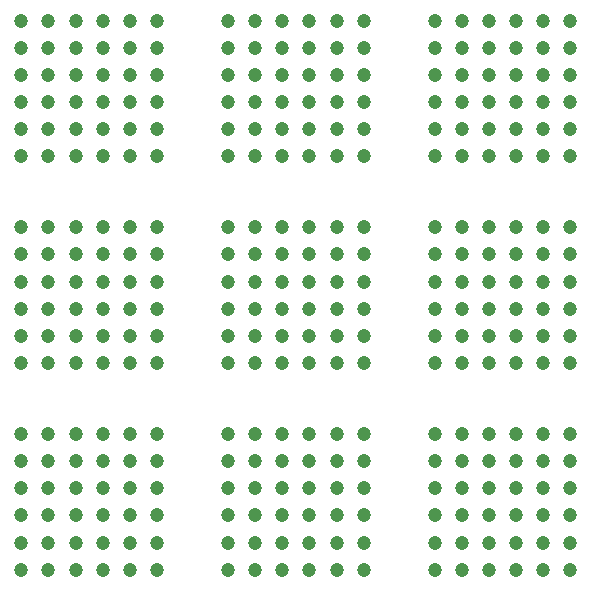
<source format=gbs>
G04*
G04 #@! TF.GenerationSoftware,Altium Limited,Altium Designer,23.9.2 (47)*
G04*
G04 Layer_Color=16711935*
%FSLAX25Y25*%
%MOIN*%
G70*
G04*
G04 #@! TF.SameCoordinates,401DFDD2-2C6D-4DC6-8BE5-0435FED1B9C0*
G04*
G04*
G04 #@! TF.FilePolarity,Negative*
G04*
G01*
G75*
%ADD33C,0.04724*%
%ADD40C,0.02268*%
D33*
X73425Y64370D02*
D03*
X46260Y91536D02*
D03*
X55315D02*
D03*
X64370D02*
D03*
X73425D02*
D03*
X82480D02*
D03*
X91535D02*
D03*
X46260Y82480D02*
D03*
X55315D02*
D03*
X64370D02*
D03*
X73425D02*
D03*
X82480D02*
D03*
X91535D02*
D03*
X46260Y73425D02*
D03*
X55315D02*
D03*
X64370D02*
D03*
X73425D02*
D03*
X82480D02*
D03*
X91535D02*
D03*
X46260Y64370D02*
D03*
X55315D02*
D03*
X64370D02*
D03*
X82480D02*
D03*
X91535D02*
D03*
X46260Y55315D02*
D03*
X55315D02*
D03*
X64370D02*
D03*
X73425D02*
D03*
X82480D02*
D03*
X91535D02*
D03*
X46260Y46260D02*
D03*
X55315D02*
D03*
X64370D02*
D03*
X73425D02*
D03*
X82480D02*
D03*
X91535D02*
D03*
X4528Y64370D02*
D03*
X-22638Y91536D02*
D03*
X-13583D02*
D03*
X-4528D02*
D03*
X4528D02*
D03*
X13583D02*
D03*
X22638D02*
D03*
X-22638Y82480D02*
D03*
X-13583D02*
D03*
X-4528D02*
D03*
X4528D02*
D03*
X13583D02*
D03*
X22638D02*
D03*
X-22638Y73425D02*
D03*
X-13583D02*
D03*
X-4528D02*
D03*
X4528D02*
D03*
X13583D02*
D03*
X22638D02*
D03*
X-22638Y64370D02*
D03*
X-13583D02*
D03*
X-4528D02*
D03*
X13583D02*
D03*
X22638D02*
D03*
X-22638Y55315D02*
D03*
X-13583D02*
D03*
X-4528D02*
D03*
X4528D02*
D03*
X13583D02*
D03*
X22638D02*
D03*
X-22638Y46260D02*
D03*
X-13583D02*
D03*
X-4528D02*
D03*
X4528D02*
D03*
X13583D02*
D03*
X22638D02*
D03*
X-64370Y64370D02*
D03*
X-91535Y91536D02*
D03*
X-82480D02*
D03*
X-73425D02*
D03*
X-64370D02*
D03*
X-55315D02*
D03*
X-46260D02*
D03*
X-91535Y82480D02*
D03*
X-82480D02*
D03*
X-73425D02*
D03*
X-64370D02*
D03*
X-55315D02*
D03*
X-46260D02*
D03*
X-91535Y73425D02*
D03*
X-82480D02*
D03*
X-73425D02*
D03*
X-64370D02*
D03*
X-55315D02*
D03*
X-46260D02*
D03*
X-91535Y64370D02*
D03*
X-82480D02*
D03*
X-73425D02*
D03*
X-55315D02*
D03*
X-46260D02*
D03*
X-91535Y55315D02*
D03*
X-82480D02*
D03*
X-73425D02*
D03*
X-64370D02*
D03*
X-55315D02*
D03*
X-46260D02*
D03*
X-91535Y46260D02*
D03*
X-82480D02*
D03*
X-73425D02*
D03*
X-64370D02*
D03*
X-55315D02*
D03*
X-46260D02*
D03*
X-64370Y-4527D02*
D03*
X-91535Y22638D02*
D03*
X-82480D02*
D03*
X-73425D02*
D03*
X-64370D02*
D03*
X-55315D02*
D03*
X-46260D02*
D03*
X-91535Y13583D02*
D03*
X-82480D02*
D03*
X-73425D02*
D03*
X-64370D02*
D03*
X-55315D02*
D03*
X-46260D02*
D03*
X-91535Y4528D02*
D03*
X-82480D02*
D03*
X-73425D02*
D03*
X-64370D02*
D03*
X-55315D02*
D03*
X-46260D02*
D03*
X-91535Y-4527D02*
D03*
X-82480D02*
D03*
X-73425D02*
D03*
X-55315D02*
D03*
X-46260D02*
D03*
X-91535Y-13583D02*
D03*
X-82480D02*
D03*
X-73425D02*
D03*
X-64370D02*
D03*
X-55315D02*
D03*
X-46260D02*
D03*
X-91535Y-22638D02*
D03*
X-82480D02*
D03*
X-73425D02*
D03*
X-64370D02*
D03*
X-55315D02*
D03*
X-46260D02*
D03*
X4528Y-4528D02*
D03*
X-22638Y22638D02*
D03*
X-13583D02*
D03*
X-4528D02*
D03*
X4528D02*
D03*
X13583D02*
D03*
X22638D02*
D03*
X-22638Y13583D02*
D03*
X-13583D02*
D03*
X-4528D02*
D03*
X4528D02*
D03*
X13583D02*
D03*
X22638D02*
D03*
X-22638Y4528D02*
D03*
X-13583D02*
D03*
X-4528D02*
D03*
X4528D02*
D03*
X13583D02*
D03*
X22638D02*
D03*
X-22638Y-4528D02*
D03*
X-13583D02*
D03*
X-4528D02*
D03*
X13583D02*
D03*
X22638D02*
D03*
X-22638Y-13583D02*
D03*
X-13583D02*
D03*
X-4528D02*
D03*
X4528D02*
D03*
X13583D02*
D03*
X22638D02*
D03*
X-22638Y-22638D02*
D03*
X-13583D02*
D03*
X-4528D02*
D03*
X4528D02*
D03*
X13583D02*
D03*
X22638D02*
D03*
X73425Y-4528D02*
D03*
X46260Y22638D02*
D03*
X55315D02*
D03*
X64370D02*
D03*
X73425D02*
D03*
X82480D02*
D03*
X91535D02*
D03*
X46260Y13583D02*
D03*
X55315D02*
D03*
X64370D02*
D03*
X73425D02*
D03*
X82480D02*
D03*
X91535D02*
D03*
X46260Y4528D02*
D03*
X55315D02*
D03*
X64370D02*
D03*
X73425D02*
D03*
X82480D02*
D03*
X91535D02*
D03*
X46260Y-4528D02*
D03*
X55315D02*
D03*
X64370D02*
D03*
X82480D02*
D03*
X91535D02*
D03*
X46260Y-13583D02*
D03*
X55315D02*
D03*
X64370D02*
D03*
X73425D02*
D03*
X82480D02*
D03*
X91535D02*
D03*
X46260Y-22638D02*
D03*
X55315D02*
D03*
X64370D02*
D03*
X73425D02*
D03*
X82480D02*
D03*
X91535D02*
D03*
X73425Y-73425D02*
D03*
X46260Y-46260D02*
D03*
X55315D02*
D03*
X64370D02*
D03*
X73425D02*
D03*
X82480D02*
D03*
X91535D02*
D03*
X46260Y-55315D02*
D03*
X55315D02*
D03*
X64370D02*
D03*
X73425D02*
D03*
X82480D02*
D03*
X91535D02*
D03*
X46260Y-64370D02*
D03*
X55315D02*
D03*
X64370D02*
D03*
X73425D02*
D03*
X82480D02*
D03*
X91535D02*
D03*
X46260Y-73425D02*
D03*
X55315D02*
D03*
X64370D02*
D03*
X82480D02*
D03*
X91535D02*
D03*
X46260Y-82480D02*
D03*
X55315D02*
D03*
X64370D02*
D03*
X73425D02*
D03*
X82480D02*
D03*
X91535D02*
D03*
X46260Y-91535D02*
D03*
X55315D02*
D03*
X64370D02*
D03*
X73425D02*
D03*
X82480D02*
D03*
X91535D02*
D03*
X4528Y-73425D02*
D03*
X-22638Y-46260D02*
D03*
X-13583D02*
D03*
X-4528D02*
D03*
X4528D02*
D03*
X13583D02*
D03*
X22638D02*
D03*
X-22638Y-55315D02*
D03*
X-13583D02*
D03*
X-4528D02*
D03*
X4528D02*
D03*
X13583D02*
D03*
X22638D02*
D03*
X-22638Y-64370D02*
D03*
X-13583D02*
D03*
X-4528D02*
D03*
X4528D02*
D03*
X13583D02*
D03*
X22638D02*
D03*
X-22638Y-73425D02*
D03*
X-13583D02*
D03*
X-4528D02*
D03*
X13583D02*
D03*
X22638D02*
D03*
X-22638Y-82480D02*
D03*
X-13583D02*
D03*
X-4528D02*
D03*
X4528D02*
D03*
X13583D02*
D03*
X22638D02*
D03*
X-22638Y-91535D02*
D03*
X-13583D02*
D03*
X-4528D02*
D03*
X4528D02*
D03*
X13583D02*
D03*
X22638D02*
D03*
X-64370Y-73425D02*
D03*
X-91535Y-46260D02*
D03*
X-82480D02*
D03*
X-73425D02*
D03*
X-64370D02*
D03*
X-55315D02*
D03*
X-46260D02*
D03*
X-91535Y-55315D02*
D03*
X-82480D02*
D03*
X-73425D02*
D03*
X-64370D02*
D03*
X-55315D02*
D03*
X-46260D02*
D03*
X-91535Y-64370D02*
D03*
X-82480D02*
D03*
X-73425D02*
D03*
X-64370D02*
D03*
X-55315D02*
D03*
X-46260D02*
D03*
X-91535Y-73425D02*
D03*
X-82480D02*
D03*
X-73425D02*
D03*
X-55315D02*
D03*
X-46260D02*
D03*
X-91535Y-82480D02*
D03*
X-82480D02*
D03*
X-73425D02*
D03*
X-64370D02*
D03*
X-55315D02*
D03*
X-46260D02*
D03*
X-91535Y-91535D02*
D03*
X-82480D02*
D03*
X-73425D02*
D03*
X-64370D02*
D03*
X-55315D02*
D03*
X-46260D02*
D03*
D40*
X82480Y55315D02*
D03*
X91536D02*
D03*
X55315D02*
D03*
X46260Y46260D02*
D03*
Y73425D02*
D03*
X64370Y91536D02*
D03*
X73425D02*
D03*
X91536Y73425D02*
D03*
X46260Y91536D02*
D03*
X55315D02*
D03*
X46260Y82480D02*
D03*
X91536D02*
D03*
X82480Y91536D02*
D03*
X91536D02*
D03*
X13583Y55315D02*
D03*
X22638D02*
D03*
X-13583D02*
D03*
X-22638Y46260D02*
D03*
Y73425D02*
D03*
X-4528Y91536D02*
D03*
X4528D02*
D03*
X22638Y73425D02*
D03*
X-22638Y91536D02*
D03*
X-13583D02*
D03*
X-22638Y82480D02*
D03*
X22638D02*
D03*
X13583Y91536D02*
D03*
X22638D02*
D03*
X-55315Y55315D02*
D03*
X-46260D02*
D03*
X-82480D02*
D03*
X-91535Y46260D02*
D03*
Y73425D02*
D03*
X-73425Y91536D02*
D03*
X-64370D02*
D03*
X-46260Y73425D02*
D03*
X-91535Y91536D02*
D03*
X-82480D02*
D03*
X-91535Y82480D02*
D03*
X-46260D02*
D03*
X-55315Y91536D02*
D03*
X-46260D02*
D03*
X-55315Y-13583D02*
D03*
X-46260D02*
D03*
X-82480D02*
D03*
X-91535Y-22638D02*
D03*
Y4528D02*
D03*
X-73425Y22638D02*
D03*
X-64370D02*
D03*
X-46260Y4528D02*
D03*
X-91535Y22638D02*
D03*
X-82480D02*
D03*
X-91535Y13583D02*
D03*
X-46260D02*
D03*
X-55315Y22638D02*
D03*
X-46260D02*
D03*
X13583Y-13583D02*
D03*
X22638D02*
D03*
X-13583D02*
D03*
X-22638Y-22638D02*
D03*
Y4528D02*
D03*
X-4528Y22638D02*
D03*
X4528D02*
D03*
X22638Y4528D02*
D03*
X-22638Y22638D02*
D03*
X-13583D02*
D03*
X-22638Y13583D02*
D03*
X22638D02*
D03*
X13583Y22638D02*
D03*
X22638D02*
D03*
X82480Y-13583D02*
D03*
X91536D02*
D03*
X55315D02*
D03*
X46260Y-22638D02*
D03*
Y4528D02*
D03*
X64370Y22638D02*
D03*
X73425D02*
D03*
X91536Y4528D02*
D03*
X46260Y22638D02*
D03*
X55315D02*
D03*
X46260Y13583D02*
D03*
X91536D02*
D03*
X82480Y22638D02*
D03*
X91536D02*
D03*
X82480Y-82480D02*
D03*
X91536D02*
D03*
X55315D02*
D03*
X46260Y-91535D02*
D03*
Y-64370D02*
D03*
X64370Y-46260D02*
D03*
X73425D02*
D03*
X91536Y-64370D02*
D03*
X46260Y-46260D02*
D03*
X55315D02*
D03*
X46260Y-55315D02*
D03*
X91536D02*
D03*
X82480Y-46260D02*
D03*
X91536D02*
D03*
X13583Y-82480D02*
D03*
X22638D02*
D03*
X-13583D02*
D03*
X-22638Y-91535D02*
D03*
Y-64370D02*
D03*
X-4528Y-46260D02*
D03*
X4528D02*
D03*
X22638Y-64370D02*
D03*
X-22638Y-46260D02*
D03*
X-13583D02*
D03*
X-22638Y-55315D02*
D03*
X22638D02*
D03*
X13583Y-46260D02*
D03*
X22638D02*
D03*
X-55315Y-82480D02*
D03*
X-46260D02*
D03*
X-82480D02*
D03*
X-91535Y-91535D02*
D03*
Y-64370D02*
D03*
X-73425Y-46260D02*
D03*
X-64370D02*
D03*
X-46260Y-64370D02*
D03*
X-91535Y-46260D02*
D03*
X-82480D02*
D03*
X-91535Y-55315D02*
D03*
X-46260D02*
D03*
X-55315Y-46260D02*
D03*
X-46260D02*
D03*
M02*

</source>
